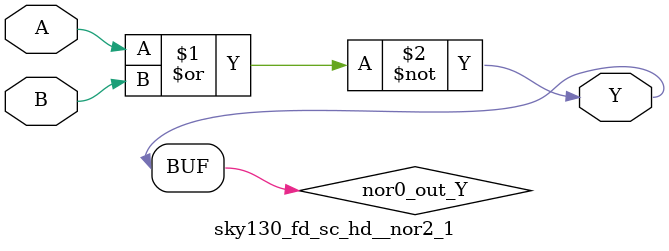
<source format=v>
/*
 * Copyright 2020 The SkyWater PDK Authors
 *
 * Licensed under the Apache License, Version 2.0 (the "License");
 * you may not use this file except in compliance with the License.
 * You may obtain a copy of the License at
 *
 *     https://www.apache.org/licenses/LICENSE-2.0
 *
 * Unless required by applicable law or agreed to in writing, software
 * distributed under the License is distributed on an "AS IS" BASIS,
 * WITHOUT WARRANTIES OR CONDITIONS OF ANY KIND, either express or implied.
 * See the License for the specific language governing permissions and
 * limitations under the License.
 *
 * SPDX-License-Identifier: Apache-2.0
*/


`ifndef SKY130_FD_SC_HD__NOR2_1_FUNCTIONAL_V
`define SKY130_FD_SC_HD__NOR2_1_FUNCTIONAL_V

/**
 * nor2: 2-input NOR.
 *
 * Verilog simulation functional model.
 */

`timescale 1ns / 1ps
`default_nettype none

`celldefine
module sky130_fd_sc_hd__nor2_1 (
    Y,
    A,
    B
);

    // Module ports
    output Y;
    input  A;
    input  B;

    // Local signals
    wire nor0_out_Y;

    //  Name  Output      Other arguments
    nor nor0 (nor0_out_Y, A, B           );
    buf buf0 (Y         , nor0_out_Y     );

endmodule
`endcelldefine

`default_nettype wire
`endif  // SKY130_FD_SC_HD__NOR2_1_FUNCTIONAL_V

</source>
